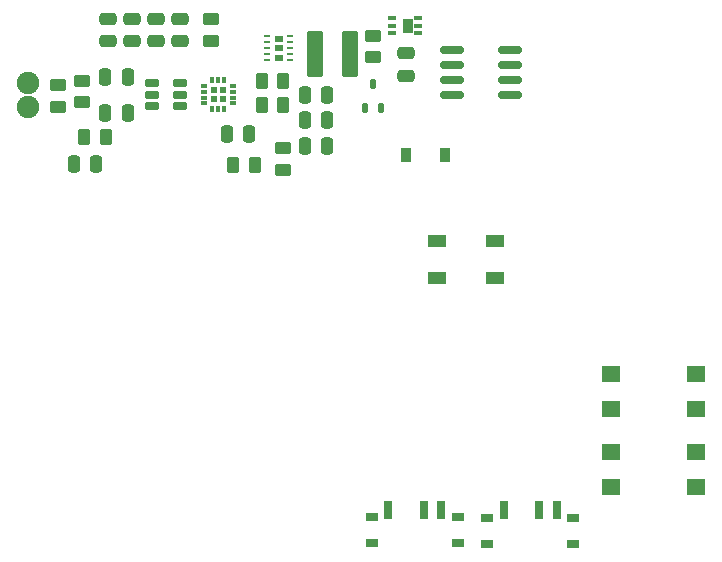
<source format=gtp>
G04 #@! TF.GenerationSoftware,KiCad,Pcbnew,7.0.7-7.0.7~ubuntu22.04.1*
G04 #@! TF.CreationDate,2023-10-12T01:04:17+02:00*
G04 #@! TF.ProjectId,PD_Micro,50445f4d-6963-4726-9f2e-6b696361645f,rev?*
G04 #@! TF.SameCoordinates,PX7ce2370PY67d8790*
G04 #@! TF.FileFunction,Paste,Top*
G04 #@! TF.FilePolarity,Positive*
%FSLAX46Y46*%
G04 Gerber Fmt 4.6, Leading zero omitted, Abs format (unit mm)*
G04 Created by KiCad (PCBNEW 7.0.7-7.0.7~ubuntu22.04.1) date 2023-10-12 01:04:17*
%MOMM*%
%LPD*%
G01*
G04 APERTURE LIST*
G04 Aperture macros list*
%AMRoundRect*
0 Rectangle with rounded corners*
0 $1 Rounding radius*
0 $2 $3 $4 $5 $6 $7 $8 $9 X,Y pos of 4 corners*
0 Add a 4 corners polygon primitive as box body*
4,1,4,$2,$3,$4,$5,$6,$7,$8,$9,$2,$3,0*
0 Add four circle primitives for the rounded corners*
1,1,$1+$1,$2,$3*
1,1,$1+$1,$4,$5*
1,1,$1+$1,$6,$7*
1,1,$1+$1,$8,$9*
0 Add four rect primitives between the rounded corners*
20,1,$1+$1,$2,$3,$4,$5,0*
20,1,$1+$1,$4,$5,$6,$7,0*
20,1,$1+$1,$6,$7,$8,$9,0*
20,1,$1+$1,$8,$9,$2,$3,0*%
G04 Aperture macros list end*
%ADD10R,1.000000X0.800000*%
%ADD11R,0.700000X1.500000*%
%ADD12RoundRect,0.140000X0.560000X1.810000X-0.560000X1.810000X-0.560000X-1.810000X0.560000X-1.810000X0*%
%ADD13RoundRect,0.250000X-0.250000X-0.475000X0.250000X-0.475000X0.250000X0.475000X-0.250000X0.475000X0*%
%ADD14R,0.550000X0.550000*%
%ADD15R,0.300000X0.580000*%
%ADD16R,0.580000X0.300000*%
%ADD17RoundRect,0.250000X0.250000X0.475000X-0.250000X0.475000X-0.250000X-0.475000X0.250000X-0.475000X0*%
%ADD18R,1.500000X1.000000*%
%ADD19R,0.900000X1.200000*%
%ADD20RoundRect,0.250000X0.475000X-0.250000X0.475000X0.250000X-0.475000X0.250000X-0.475000X-0.250000X0*%
%ADD21RoundRect,0.130000X-0.470000X-0.195000X0.470000X-0.195000X0.470000X0.195000X-0.470000X0.195000X0*%
%ADD22RoundRect,0.125000X-0.125000X-0.275000X0.125000X-0.275000X0.125000X0.275000X-0.125000X0.275000X0*%
%ADD23RoundRect,0.250000X-0.450000X0.262500X-0.450000X-0.262500X0.450000X-0.262500X0.450000X0.262500X0*%
%ADD24RoundRect,0.250000X-0.262500X-0.450000X0.262500X-0.450000X0.262500X0.450000X-0.262500X0.450000X0*%
%ADD25R,0.650000X0.610000*%
%ADD26R,0.500000X0.250000*%
%ADD27RoundRect,0.250000X-0.475000X0.250000X-0.475000X-0.250000X0.475000X-0.250000X0.475000X0.250000X0*%
%ADD28RoundRect,0.250000X0.450000X-0.262500X0.450000X0.262500X-0.450000X0.262500X-0.450000X-0.262500X0*%
%ADD29RoundRect,0.150000X-0.825000X-0.150000X0.825000X-0.150000X0.825000X0.150000X-0.825000X0.150000X0*%
%ADD30R,1.600000X1.400000*%
%ADD31RoundRect,0.250000X0.262500X0.450000X-0.262500X0.450000X-0.262500X-0.450000X0.262500X-0.450000X0*%
%ADD32C,1.900000*%
%ADD33R,0.700000X0.380000*%
%ADD34RoundRect,0.000000X-0.414000X-0.510000X0.414000X-0.510000X0.414000X0.510000X-0.414000X0.510000X0*%
G04 APERTURE END LIST*
D10*
X85885000Y-28209000D03*
X85885000Y-30419000D03*
X93185000Y-28209000D03*
X93185000Y-30419000D03*
D11*
X87285000Y-27559000D03*
X90285000Y-27559000D03*
X91785000Y-27559000D03*
D10*
X76106000Y-28176000D03*
X76106000Y-30386000D03*
X83406000Y-28176000D03*
X83406000Y-30386000D03*
D11*
X77506000Y-27526000D03*
X80506000Y-27526000D03*
X82006000Y-27526000D03*
D12*
X74285000Y11049000D03*
X71285000Y11049000D03*
D13*
X70438000Y5461000D03*
X72338000Y5461000D03*
D14*
X62756500Y7982500D03*
X62756500Y7257500D03*
X63481500Y7982500D03*
X63481500Y7257500D03*
D15*
X62619000Y6405000D03*
X63119000Y6405000D03*
X63619000Y6405000D03*
D16*
X64334000Y6870000D03*
X64334000Y7370000D03*
X64334000Y7870000D03*
X64334000Y8370000D03*
D15*
X63619000Y8835000D03*
X63119000Y8835000D03*
X62619000Y8835000D03*
D16*
X61904000Y8370000D03*
X61904000Y7870000D03*
X61904000Y7370000D03*
X61904000Y6870000D03*
D17*
X55433000Y9144000D03*
X53533000Y9144000D03*
D18*
X81624000Y-4750000D03*
X81624000Y-7950000D03*
X86524000Y-7950000D03*
X86524000Y-4750000D03*
D19*
X82309000Y2540000D03*
X79009000Y2540000D03*
D20*
X53735000Y12131000D03*
X53735000Y14031000D03*
D21*
X57474000Y8570000D03*
X57474000Y7620000D03*
X57474000Y6670000D03*
X59874000Y6670000D03*
X59874000Y7620000D03*
X59874000Y8570000D03*
D17*
X55433000Y6096000D03*
X53533000Y6096000D03*
D13*
X63820000Y4318000D03*
X65720000Y4318000D03*
D20*
X55767000Y12131000D03*
X55767000Y14031000D03*
X59831000Y12131000D03*
X59831000Y14031000D03*
D22*
X75564000Y6493000D03*
X76864000Y6493000D03*
X76214000Y8493000D03*
D23*
X49530000Y8405500D03*
X49530000Y6580500D03*
D24*
X64365500Y1651000D03*
X66190500Y1651000D03*
D20*
X57799000Y12131000D03*
X57799000Y14031000D03*
D13*
X50866000Y1778000D03*
X52766000Y1778000D03*
D25*
X68213000Y12357000D03*
X68213000Y11557000D03*
X68213000Y10757000D03*
D26*
X67263000Y12557000D03*
X67263000Y12057000D03*
X67263000Y11557000D03*
X67263000Y11057000D03*
X67263000Y10557000D03*
X69163000Y10557000D03*
X69163000Y11057000D03*
X69163000Y11557000D03*
X69163000Y12057000D03*
X69163000Y12557000D03*
D27*
X79008000Y11110000D03*
X79008000Y9210000D03*
D23*
X68580000Y3071500D03*
X68580000Y1246500D03*
D13*
X70438000Y7620000D03*
X72338000Y7620000D03*
D23*
X51562000Y8786500D03*
X51562000Y6961500D03*
D24*
X66792500Y6731000D03*
X68617500Y6731000D03*
D28*
X62498000Y12168500D03*
X62498000Y13993500D03*
D29*
X82869000Y11430000D03*
X82869000Y10160000D03*
X82869000Y8890000D03*
X82869000Y7620000D03*
X87819000Y7620000D03*
X87819000Y8890000D03*
X87819000Y10160000D03*
X87819000Y11430000D03*
D24*
X51783000Y4064000D03*
X53608000Y4064000D03*
D30*
X96349000Y-16026000D03*
X103549000Y-16026000D03*
X96349000Y-19026000D03*
X103549000Y-19026000D03*
D31*
X68617500Y8763000D03*
X66792500Y8763000D03*
D23*
X76214000Y12596500D03*
X76214000Y10771500D03*
D32*
X47040000Y6604000D03*
X47040000Y8636000D03*
D13*
X70424000Y3302000D03*
X72324000Y3302000D03*
D30*
X96349000Y-22610000D03*
X103549000Y-22610000D03*
X96349000Y-25610000D03*
X103549000Y-25610000D03*
D33*
X77825000Y14112000D03*
X77825000Y13462000D03*
X77825000Y12812000D03*
X80025000Y12812000D03*
X80025000Y13462000D03*
D34*
X79135000Y13462000D03*
D33*
X80025000Y14112000D03*
M02*

</source>
